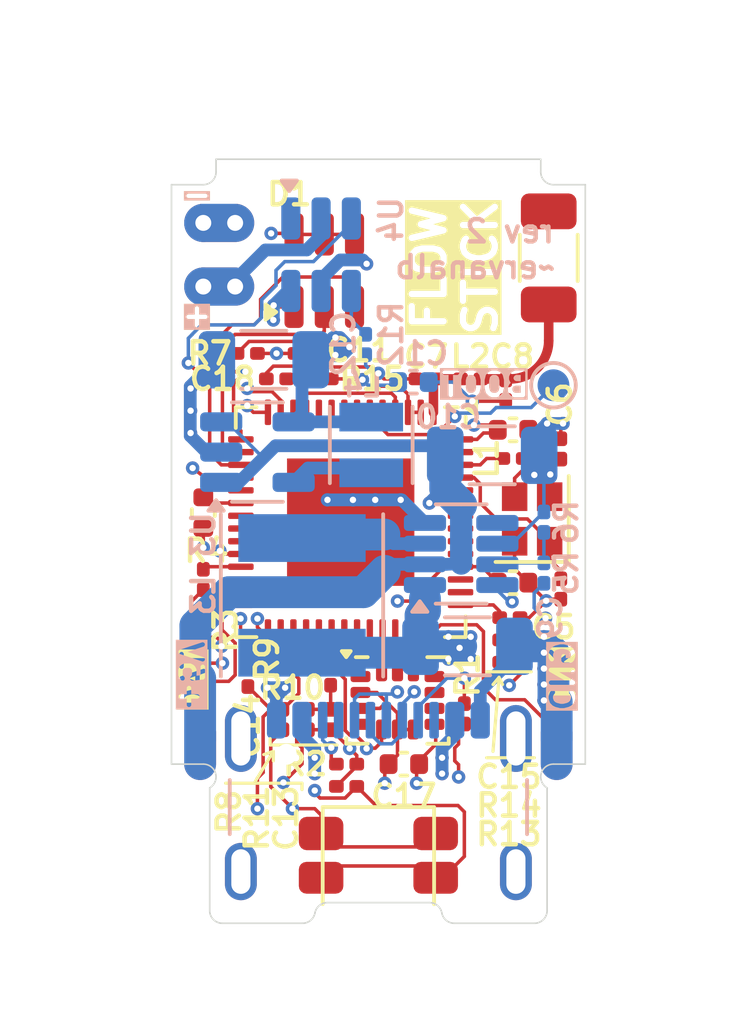
<source format=kicad_pcb>
(kicad_pcb (version 20241229) (generator "pcbnew") (generator_version "9.0")
  (layers (0 "F.Cu" signal) (4 "In1.Cu" signal) (6 "In2.Cu" signal) (2 "B.Cu" signal) (13 "F.Paste" user) (15 "B.Paste" user) (5 "F.SilkS" user "F.Silkscreen") (7 "B.SilkS" user "B.Silkscreen") (1 "F.Mask" user) (3 "B.Mask" user) (25 "Edge.Cuts" user))
  (net 0 "")
  (net 1 "GND")
  (net 2 "Net-(AE1-Pad1)")
  (net 3 "+BATT")
  (net 4 "+3.3V")
  (net 5 "Net-(U1-XTAL_N)")
  (net 6 "Net-(C6-Pad2)")
  (net 7 "Net-(U1-LNA_IN)")
  (net 8 "+5V")
  (net 9 "Net-(D1A-K)")
  (net 10 "/VREF")
  (net 11 "/BATT_MEASURE")
  (net 12 "/BATT_MEASURE_EN")
  (net 13 "/VBUS_SENSE")
  (net 14 "/PWRHLD")
  (net 15 "/BUTTON")
  (net 16 "VBUS")
  (net 17 "/USBDM")
  (net 22 "Net-(J1-CC2)")
  (net 24 "Net-(J1-CC1)")
  (net 26 "/USBDP")
  (net 27 "/LED_DAT")
  (net 28 "/LED_CLK")
  (net 29 "Net-(U1-XTAL_P)")
  (net 30 "Net-(U2-SW)")
  (net 31 "Net-(U3-SW)")
  (net 32 "Net-(U1-GPIO20{slash}USB_D+)")
  (net 33 "Net-(U1-GPIO19{slash}USB_D-)")
  (net 34 "Net-(U2-FB)")
  (net 35 "Net-(U4-ISET)")
  (net 36 "Net-(U1-GPIO0)")
  (net 37 "/IMU_POCI")
  (net 44 "/IMU_SCK")
  (net 52 "/IMU_CS")
  (net 57 "/CHG_SENSE")
  (net 60 "/IMU_PICO")
  (net 76 "Net-(U1-CHIP_PU)")
  (footprint "Capacitor_SMD:C_0201_0603Metric" (layer "F.Cu") (at 148.5 92.2 -90)
    (property "Reference" "R10")
    (property "Value" "1M")
  )
  (footprint "Capacitor_SMD:C_0201_0603Metric" (layer "F.Cu") (at 145.9 92.245 90)
    (property "Reference" "C14")
    (property "Value" "10n")
  )
  (footprint "Capacitor_SMD:C_0201_0603Metric" (layer "F.Cu") (at 154 83.255 -90)
    (property "Reference" "C8")
    (property "Value" "1.5p")
  )
  (footprint "custom:Untitled" (layer "F.Cu") (at 155.6 95)
    (property "Reference" "J3" (hide yes))
    (property "Value" "Conn_01x01_Pin")
  )
  (footprint "Capacitor_SMD:C_0201_0603Metric" (layer "F.Cu") (at 146.8 82.9 180)
    (property "Reference" "C18")
    (property "Value" "1u")
  )
  (footprint "Capacitor_SMD:C_0201_0603Metric" (layer "F.Cu") (at 147.7 82.1)
    (property "Reference" "C11")
    (property "Value" "100n")
  )
  (footprint "Resistor_SMD:R_0201_0603Metric" (layer "F.Cu") (at 148.2 82.9)
    (property "Reference" "R15")
    (property "Value" "10K")
  )
  (footprint "Capacitor_SMD:C_0201_0603Metric" (layer "F.Cu") (at 155.73 89.5 -90)
    (property "Reference" "C5")
    (property "Value" "15p")
  )
  (footprint "Capacitor_SMD:C_0201_0603Metric" (layer "F.Cu") (at 154.13 91.1)
    (property "Reference" "R14")
    (property "Value" "1M")
  )
  (footprint "Capacitor_SMD:C_0201_0603Metric" (layer "F.Cu") (at 144.5 90.7 90)
    (property "Reference" "R3")
    (property "Value" "22R")
  )
  (footprint "Capacitor_SMD:C_0201_0603Metric" (layer "F.Cu") (at 148.5 93.6 -90)
    (property "Reference" "C13")
    (property "Value" "10n")
  )
  (footprint "Capacitor_SMD:C_0402_1005Metric" (layer "F.Cu") (at 150.8 95 180)
    (property "Reference" "C16" (hide yes))
    (property "Value" "100n")
  )
  (footprint "Connector_PinHeader_2.54mm:PinHeader_1x02_P2.54mm_Vertical" (layer "F.Cu") (at 145.5 80 180)
    (property "Reference" "BT1" (hide yes))
    (property "Value" "Battery")
  )
  (footprint "Capacitor_SMD:C_0201_0603Metric" (layer "F.Cu") (at 147 93.6 90)
    (property "Reference" "R8")
    (property "Value" "1M")
  )
  (footprint "Capacitor_SMD:C_0201_0603Metric" (layer "F.Cu") (at 152.7 93.42 -90)
    (property "Reference" "R1")
    (property "Value" "5K1")
  )
  (footprint "Capacitor_SMD:C_0201_0603Metric" (layer "F.Cu") (at 145.88 82.1 180)
    (property "Reference" "R7")
    (property "Value" "1M")
  )
  (footprint "Capacitor_SMD:C_0402_1005Metric" (layer "F.Cu") (at 154.23 84.5)
    (property "Reference" "C4" (hide yes))
    (property "Value" "100n")
  )
  (footprint "Capacitor_SMD:C_0201_0603Metric" (layer "F.Cu") (at 144.5 89.2 90)
    (property "Reference" "R4")
    (property "Value" "22R")
  )
  (footprint "Capacitor_SMD:C_0201_0603Metric" (layer "F.Cu") (at 155.73 85.1 -90)
    (property "Reference" "C6")
    (property "Value" "15p")
  )
  (footprint "Crystal:Crystal_SMD_2016-4Pin_2.0x1.6mm" (layer "F.Cu") (at 154.83 87.3 90)
    (property "Reference" "Y1" (hide yes))
    (property "Value" "ECS-400-10-37B2-CKY-TR")
  )
  (footprint "Capacitor_SMD:C_0201_0603Metric" (layer "F.Cu") (at 147.8 93.6 -90)
    (property "Reference" "R11")
    (property "Value" "1M")
  )
  (footprint "Capacitor_SMD:C_0201_0603Metric" (layer "F.Cu") (at 151.5 82.9 180)
    (property "Reference" "C7")
    (property "Value" "1.5p")
  )
  (footprint "Capacitor_SMD:C_0402_1005Metric" (layer "F.Cu") (at 154.23 89.3)
    (property "Reference" "C3" (hide yes))
    (property "Value" "100n")
  )
  (footprint "Capacitor_SMD:C_0201_0603Metric" (layer "F.Cu") (at 147.4 91.9)
    (property "Reference" "R9")
    (property "Value" "1M")
  )
  (footprint "Package_LGA:LGA-14_3x2.5mm_P0.5mm_LayoutBorder3x4y" (layer "F.Cu") (at 150.6 93)
    (property "Reference" "U5" (hide yes))
    (property "Value" "LSM6DSV320X")
  )
  (footprint "custom:Untitled" (layer "F.Cu") (at 144.4 95)
    (property "Reference" "J4" (hide yes))
    (property "Value" "Conn_01x01_Pin")
  )
  (footprint "Capacitor_SMD:C_0402_1005Metric" (layer "F.Cu") (at 144.5 87.1 -90)
    (property "Reference" "C2" (hide yes))
    (property "Value" "100n")
  )
  (footprint "Capacitor_SMD:C_0201_0603Metric" (layer "F.Cu") (at 154.13 91.8 180)
    (property "Reference" "R13")
    (property "Value" "680K")
  )
  (footprint "Button_Switch_SMD:SW_SPST_EVQP7C" (layer "F.Cu") (at 150 97.9)
    (property "Reference" "SW1" (hide yes))
    (property "Value" "SW_Push")
  )
  (footprint "Resistor_SMD:R_1206_3216Metric" (layer "F.Cu") (at 155.35 79.1 90)
    (property "Reference" "AE1" (hide yes))
    (property "Value" "2450AT18A100E-AEC")
  )
  (footprint "Package_DFN_QFN:QFN-56-1EP_7x7mm_P0.4mm_EP4x4mm" (layer "F.Cu") (at 149.13 87.4 -90)
    (property "Reference" "U1" (hide yes))
    (property "Value" "ESP32-S3")
  )
  (footprint "Capacitor_SMD:C_0201_0603Metric" (layer "F.Cu") (at 149 95)
    (property "Reference" "R2")
    (property "Value" "5K1")
  )
  (footprint "Capacitor_SMD:C_0201_0603Metric" (layer "F.Cu") (at 154.13 90.4)
    (property "Reference" "C15")
    (property "Value" "10n")
  )
  (footprint "Inductor_SMD:L_0201_0603Metric" (layer "F.Cu") (at 152.9 82.9)
    (property "Reference" "L2")
    (property "Value" "2.7n")
  )
  (footprint "Capacitor_SMD:C_0201_0603Metric" (layer "F.Cu") (at 149 95.7 180)
    (property "Reference" "C17")
    (property "Value" "1n")
  )
  (footprint "Inductor_SMD:L_0201_0603Metric" (layer "F.Cu") (at 154.23 85.4 180)
    (property "Reference" "L1")
    (property "Value" "24n")
  )
  (footprint "Package_TO_SOT_SMD:SOT-23-6" (layer "F.Cu") (at 148.3 79.5 90)
    (property "Reference" "D1")
    (property "Value" "SDM03MT40")
  )
  (footprint "Package_TO_SOT_SMD:TSOT-23-5" (layer "B.Cu") (at 146.2 85.2)
    (property "Reference" "U3")
    (property "Value" "LM3671")
  )
  (footprint "Inductor_SMD:L_Taiyo-Yuden_NR-50xx" (layer "B.Cu") (at 147.6 89.7 90)
    (property "Reference" "L3")
    (property "Value" "NRS5030T3R3MMGJ")
  )
  (footprint "Capacitor_SMD:C_0201_0603Metric" (layer "B.Cu") (at 155.2 87.4 90)
    (property "Reference" "R6")
    (property "Value" "137K")
  )
  (footprint "Capacitor_SMD:C_0201_0603Metric" (layer "B.Cu") (at 149.6 81.82 -90)
    (property "Reference" "R12")
    (property "Value" "1K")
  )
  (footprint "Package_TO_SOT_SMD:TSOT-23-8" (layer "B.Cu") (at 152.6 88.4)
    (property "Reference" "U2" (hide yes))
    (property "Value" "MP3414A")
  )
  (footprint "custom:Untitled" (layer "B.Cu") (at 155.6 95 180)
    (property "Reference" "J5" (hide yes))
    (property "Value" "Conn_01x01_Pin")
  )
  (footprint "Package_TO_SOT_SMD:SOT-23-6" (layer "B.Cu") (at 148.2 79 -90)
    (property "Reference" "U4")
    (property "Value" "BQ21040DBV")
  )
  (footprint "custom:Untitled" (layer "B.Cu") (at 144.4 95 180)
    (property "Reference" "J2" (hide yes))
    (property "Value" "Conn_01x01_Pin")
  )
  (footprint "Capacitor_SMD:C_0201_0603Metric" (layer "B.Cu") (at 155.2 89 90)
    (property "Reference" "R5")
    (property "Value" "1M")
  )
  (footprint "Inductor_SMD:L_Taiyo-Yuden_NR-24xx" (layer "B.Cu") (at 149.775 84.975 90)
    (property "Reference" "L4")
    (property "Value" "NRH2412T3R3MNGH")
  )
  (footprint "TestPoint:TestPoint_Pad_D1.0mm" (layer "B.Cu") (at 155.5 83.1 180)
    (property "Reference" "TP1" (hide yes))
    (property "Value" "BOOT")
  )
  (footprint "Capacitor_SMD:C_1206_3216Metric" (layer "B.Cu") (at 146.4 82.3 180)
    (property "Reference" "C12")
    (property "Value" "10u")
  )
  (footprint "Capacitor_SMD:C_1206_3216Metric" (layer "B.Cu") (at 153.575 85.3)
    (property "Reference" "C10")
    (property "Value" "22u")
  )
  (footprint "Capacitor_SMD:C_1206_3216Metric" (layer "B.Cu") (at 152.8 91.3)
    (property "Reference" "C9")
    (property "Value" "10u")
  )
  (footprint "Capacitor_SMD:C_0402_1005Metric" (layer "B.Cu") (at 151.1 83)
    (property "Reference" "C1")
    (property "Value" "100n")
  )
  (footprint "Connector_USB:USB_C_Receptacle_GCT_USB4105-xx-A_16P_TopMnt_Horizontal" (layer "B.Cu") (at 150 97.3 180)
    (property "Reference" "J1" (hide yes))
    (property "Value" "USB_C_Receptacle_USB2.0_16P")
  )
  (gr_arc (start 155.35 81.7) (mid 154.998528 82.548528) (end 154.15 82.9) (stroke (width 0.3)) (layer "F.Cu") (net 2))
  (gr_line (start 153.6 94.6) (end 153.789796 92.275) (stroke (width 0.1)) (layer "F.SilkS"))
  (gr_line (start 147.6 95.6) (end 147.6 95.8) (stroke (width 0.1)) (layer "F.SilkS"))
  (gr_line (start 146.6 94.4) (end 148.7 94.4) (stroke (width 0.1)) (layer "F.SilkS"))
  (gr_line (start 146.7 94.6) (end 146.4 94.7) (stroke (width 0.1)) (layer "F.SilkS"))
  (gr_line (start 145.2 95.6) (end 147.6 95.6) (stroke (width 0.1)) (layer "F.SilkS"))
  (gr_line (start 146.1 95.6) (end 146.7 94.6) (stroke (width 0.1)) (layer "F.SilkS"))
  (gr_line (start 146.7 94.8) (end 146.7 94.6) (stroke (width 0.1)) (layer "F.SilkS"))
  (gr_line (start 146.7 94.6) (end 146.7 94.9) (stroke (width 0.1)) (layer "F.SilkS"))
  (gr_line (start 146.6 94.2) (end 146.6 94.4) (stroke (width 0.1)) (layer "F.SilkS"))
  (gr_line (start 153.4 92.1) (end 154.8 92.1) (stroke (width 0.1)) (layer "F.SilkS"))
  (gr_line (start 153.4 94.8) (end 154.9 94.8) (stroke (width 0.1)) (layer "F.SilkS"))
  (gr_line (start 153.6 92.5) (end 153.789796 92.275) (stroke (width 0.1)) (layer "F.SilkS"))
  (gr_line (start 153.789796 92.275) (end 153.9 92.5) (stroke (width 0.1)) (layer "F.SilkS"))
  (gr_arc (start 152.3858 100) (mid 152.130855 99.908225) (end 151.992906 99.675) (stroke (width 0.05)) (layer "Edge.Cuts"))
  (gr_line (start 155.3 95.746409) (end 155.3 99.6) (stroke (width 0.05)) (layer "Edge.Cuts"))
  (gr_arc (start 155.3 99.6) (mid 155.182843 99.882843) (end 154.9 100) (stroke (width 0.05)) (layer "Edge.Cuts"))
  (gr_line (start 144.9 76) (end 155.1 76) (stroke (width 0.05)) (layer "Edge.Cuts"))
  (gr_line (start 143.5 76.8) (end 143.5 95) (stroke (width 0.05)) (layer "Edge.Cuts"))
  (gr_line (start 143.5 76.8) (end 144.5 76.8) (stroke (width 0.05)) (layer "Edge.Cuts"))
  (gr_arc (start 155.5 76.8) (mid 155.217157 76.682843) (end 155.1 76.4) (stroke (width 0.05)) (layer "Edge.Cuts"))
  (gr_line (start 143.5 95) (end 144.5 95) (stroke (width 0.05)) (layer "Edge.Cuts"))
  (gr_line (start 156.5 76.8) (end 156.5 95) (stroke (width 0.05)) (layer "Edge.Cuts"))
  (gr_line (start 155.1 76.4) (end 155.1 76) (stroke (width 0.05)) (layer "Edge.Cuts"))
  (gr_line (start 155.5 95) (end 156.5 95) (stroke (width 0.05)) (layer "Edge.Cuts"))
  (gr_arc (start 148.007094 99.674997) (mid 147.869139 99.90822) (end 147.614186 100) (stroke (width 0.05)) (layer "Edge.Cuts"))
  (gr_arc (start 148.007094 99.675) (mid 148.145049 99.44178) (end 148.400002 99.35) (stroke (width 0.05)) (layer "Edge.Cuts"))
  (gr_arc (start 151.6 99.35) (mid 151.854951 99.441779) (end 151.992906 99.675) (stroke (width 0.05)) (layer "Edge.Cuts"))
  (gr_arc (start 144.5 95) (mid 144.88637 95.296472) (end 144.7 95.746409) (stroke (width 0.05)) (layer "Edge.Cuts"))
  (gr_line (start 155.5 76.8) (end 156.5 76.8) (stroke (width 0.05)) (layer "Edge.Cuts"))
  (gr_line (start 144.9 76.400001) (end 144.9 76) (stroke (width 0.05)) (layer "Edge.Cuts"))
  (gr_arc (start 144.9 76.400001) (mid 144.782843 76.682843) (end 144.5 76.8) (stroke (width 0.05)) (layer "Edge.Cuts"))
  (gr_line (start 152.3858 100) (end 154.9 100) (stroke (width 0.05)) (layer "Edge.Cuts"))
  (gr_line (start 148.400002 99.35) (end 151.6 99.35) (stroke (width 0.05)) (layer "Edge.Cuts"))
  (gr_arc (start 145.099999 100) (mid 144.817157 99.882843) (end 144.7 99.600001) (stroke (width 0.05)) (layer "Edge.Cuts"))
  (gr_line (start 144.7 95.746409) (end 144.7 99.600001) (stroke (width 0.05)) (layer "Edge.Cuts"))
  (gr_arc (start 155.3 95.74641) (mid 155.11363 95.296472) (end 155.5 95.000001) (stroke (width 0.05)) (layer "Edge.Cuts"))
  (gr_line (start 145.099999 100) (end 147.614186 100) (stroke (width 0.05)) (layer "Edge.Cuts"))
  (gr_text "CLK" (at 155.8 93.4 90) (layer "F.SilkS" knockout) (effects (font (size 0.7 0.7) (thickness 0.14) (bold yes)) (justify left)))
  (gr_text "FLOW\nSTICK" (at 152.4 79.4 90) (layer "F.SilkS" knockout) (effects (font (size 1 1) (thickness 0.2) (bold yes))))
  (gr_text "DAT" (at 144.2 93.4 90) (layer "F.SilkS" knockout) (effects (font (size 0.7 0.7) (thickness 0.14) (bold yes)) (justify left)))
  (gr_text "GND" (at 155.8 93.4 90) (layer "B.SilkS" knockout) (effects (font (size 0.7 0.7) (thickness 0.14) (bold yes)) (justify right mirror)))
  (gr_text "BOOT" (at 154.8 83.5 0) (layer "B.SilkS" knockout) (effects (font (size 0.7 0.7) (thickness 0.14) (bold yes)) (justify left bottom mirror)))
  (gr_text "+5V" (at 144.1 93.4 270) (layer "B.SilkS" knockout) (effects (font (size 0.7 0.7) (thickness 0.14) (bold yes)) (justify left mirror)))
  (gr_text "rev 2\n~ervanalb" (at 155.6 79.8 0) (layer "B.SilkS") (effects (font (size 0.7 0.7) (thickness 0.14) (bold yes)) (justify left bottom mirror)))
  (segment (start 155.73 84.37) (end 155.8 84.3) (width 0.11) (layer "F.Cu") (net 1))
  (segment (start 152.399 94.898379) (end 152.399 94.491621) (width 0.11) (layer "F.Cu") (net 1))
  (segment (start 149.32 95) (end 149.32 94.729149) (width 0.11) (layer "F.Cu") (net 1))
  (segment (start 150.25 93.05) (end 150.6 93.4) (width 0.11) (layer "F.Cu") (net 1))
  (segment (start 153.974 83.601) (end 154 83.575) (width 0.11) (layer "F.Cu") (net 1))
  (segment (start 149.13 87.4) (end 149.13 86.77) (width 0.11) (layer "F.Cu") (net 1))
  (segment (start 154.738587 90.4) (end 154.45 90.4) (width 0.11) (layer "F.Cu") (net 1))
  (segment (start 145.936 81.724) (end 147.644 81.724) (width 0.11) (layer "F.Cu") (net 1))
  (segment (start 150.22 95) (end 150.32 95) (width 0.11) (layer "F.Cu") (net 1))
  (segment (start 149.32 95) (end 149.32 95.06) (width 0.11) (layer "F.Cu") (net 1))
  (segment (start 149.098341 94.50749) (end 149.098341 94.498341) (width 0.11) (layer "F.Cu") (net 1))
  (segment (start 150.2 95.6) (end 150.2 95.02) (width 0.11) (layer "F.Cu") (net 1))
  (segment (start 150.2 95.02) (end 150.22 95) (width 0.11) (layer "F.Cu") (net 1))
  (segment (start 154.71 89.3) (end 154.71 89.31) (width 0.11) (layer "F.Cu") (net 1))
  (segment (start 152.519711 95.403942) (end 152.519711 95.01909) (width 0.11) (layer "F.Cu") (net 1))
  (segment (start 152.95 83.601) (end 153.974 83.601) (width 0.11) (layer "F.Cu") (net 1))
  (segment (start 149.801 82.526) (end 150 82.725) (width 0.11) (layer "F.Cu") (net 1))
  (segment (start 148 82.5) (end 148.4 82.5) (width 0.11) (layer "F.Cu") (net 1))
  (segment (start 150.6 93.9125) (end 150.6 94.72) (width 0.11) (layer "F.Cu") (net 1))
  (segment (start 146.48 82.72) (end 146.6 82.6) (width 0.11) (layer "F.Cu") (net 1))
  (segment (start 150.00297 82.72203) (end 150.00297 82.72797) (width 0.11) (layer "F.Cu") (net 1))
  (segment (start 150.05 93.25) (end 150.25 93.05) (width 0.11) (layer "F.Cu") (net 1))
  (segment (start 147.644 81.724) (end 148.02 82.1) (width 0.11) (layer "F.Cu") (net 1))
  (segment (start 148.02 82.1) (end 148.02 82.48) (width 0.11) (layer "F.Cu") (net 1))
  (segment (start 145.56 82.1) (end 145.936 81.724) (width 0.11) (layer "F.Cu") (net 1))
  (segment (start 154.45 90.4) (end 154.45 91.1) (width 0.11) (layer "F.Cu") (net 1))
  (segment (start 152.399 94.491621) (end 152.519711 94.37091) (width 0.11) (layer "F.Cu") (net 1))
  (segment (start 149.4375 92.75) (end 149.95 92.75) (width 0.11) (layer "F.Cu") (net 1))
  (segment (start 148.52 93.92) (end 148.5 93.92) (width 0.11) (layer "F.Cu") (net 1))
  (segment (start 155.27 89.87) (end 155.080834 90.059166) (width 0.11) (layer "F.Cu") (net 1))
  (segment (start 150.150001 95.649999) (end 150.2 95.6) (width 0.11) (layer "F.Cu") (net 1))
  (segment (start 150.00297 82.72797) (end 150.175 82.9) (width 0.11) (layer "F.Cu") (net 1))
  (segment (start 148.02 82.48) (end 148 82.5) (width 0.11) (layer "F.Cu") (net 1))
  (segment (start 150.175 82.9) (end 151.18 82.9) (width 0.11) (layer "F.Cu") (net 1))
  (segment (start 150.6 93.4) (end 150.6 93.9125) (width 0.11) (layer "F.Cu") (net 1))
  (segment (start 152.519711 94.37091) (end 152.519711 93.920289) (width 0.11) (layer "F.Cu") (net 1))
  (segment (start 155.079421 90.059166) (end 154.738587 90.4) (width 0.11) (layer "F.Cu") (net 1))
  (segment (start 149.1 87.4) (end 148.4 86.7) (width 0.11) (layer "F.Cu") (net 1))
  (segment (start 155.080834 90.059166) (end 155.079421 90.059166) (width 0.11) (layer "F.Cu") (net 1))
  (segment (start 144.5 87.58) (end 144.5 88.2) (width 0.11) (layer "F.Cu") (net 1))
  (segment (start 149.95 92.75) (end 150.25 93.05) (width 0.11) (layer "F.Cu") (net 1))
  (segment (start 155.1 84.5) (end 155.3 84.3) (width 0.11) (layer "F.Cu") (net 1))
  (segment (start 146.7 82.5) (end 148 82.5) (width 0.11) (layer "F.Cu") (net 1))
  (segment (start 148.5 93.92) (end 147.8 93.92) (width 0.11) (layer "F.Cu") (net 1))
  (segment (start 154.71 84.5) (end 155.1 84.5) (width 0.11) (layer "F.Cu") (net 1))
  (segment (start 149.13 86.77) (end 149.2 86.7) (width 0.11) (layer "F.Cu") (net 1))
  (segment (start 152.519711 95.01909) (end 152.399 94.898379) (width 0.11) (layer "F.Cu") (net 1))
  (segment (start 146.48 82.9) (end 146.48 82.72) (width 0.11) (layer "F.Cu") (net 1))
  (segment (start 150.6 93.9125) (end 151.1 93.9125) (width 0.11) (layer "F.Cu") (net 1))
  (segment (start 152.519711 93.920289) (end 152.7 93.74) (width 0.11) (layer "F.Cu") (net 1))
  (segment (start 155.38 86.6) (end 155.38 85.920276) (width 0.11) (layer "F.Cu") (net 1))
  (segment (start 149.098341 94.498341) (end 148.52 93.92) (width 0.11) (layer "F.Cu") (net 1))
  (segment (start 149.4375 93.25) (end 150.05 93.25) (width 0.11) (layer "F.Cu") (net 1))
  (segment (start 154.71 89.31) (end 155.27 89.87) (width 0.11) (layer "F.Cu") (net 1))
  (segment (start 149.32 94.729149) (end 149.098341 94.50749) (width 0.11) (layer "F.Cu") (net 1))
  (segment (start 146.6 82.6) (end 146.7 82.5) (width 0.11) (layer "F.Cu") (net 1))
  (segment (start 149.13 87.4) (end 149.2 87.4) (width 0.11) (layer "F.Cu") (net 1))
  (segment (start 149.32 95.06) (end 148.68 95.7) (width 0.11) (layer "F.Cu") (net 1))
  (segment (start 155.27 89.87) (end 155.32 89.82) (width 0.11) (layer "F.Cu") (net 1))
  (segment (start 149.13 87.4) (end 149.1 87.4) (width 0.11) (layer "F.Cu") (net 1))
  (segment (start 149.2 87.4) (end 149.9 86.7) (width 0.11) (layer "F.Cu") (net 1))
  (segment (start 150 82.725) (end 150.00297 82.72203) (width 0.11) (layer "F.Cu") (net 1))
  (segment (start 148.4 82.5) (end 148.426 82.526) (width 0.11) (layer "F.Cu") (net 1))
  (segment (start 154.28 88) (end 154.28 88.87) (width 0.11) (layer "F.Cu") (net 1))
  (segment (start 155.73 84.78) (end 155.73 84.37) (width 0.11) (layer "F.Cu") (net 1))
  (segment (start 150.6 94.72) (end 150.32 95) (width 0.11) (layer "F.Cu") (net 1))
  (segment (start 148.426 82.526) (end 149.801 82.526) (width 0.11) (layer "F.Cu") (net 1))
  (segment (start 154.28 88.87) (end 154.71 89.3) (width 0.11) (layer "F.Cu") (net 1))
  (segment (start 155.32 89.82) (end 155.73 89.82) (width 0.11) (layer "F.Cu") (net 1))
  (segment (start 155.38 85.920276) (end 155.399297 85.900979) (width 0.11) (layer "F.Cu") (net 1))
  (via (at 149.630143 79.286386) (size 0.42) (drill 0.2) (layers "F.Cu" "B.Cu") (net 1))
  (via (at 149.098341 94.50749) (size 0.42) (drill 0.2) (layers "F.Cu" "B.Cu") (net 1))
  (via (at 155.2 92.5) (size 0.42) (drill 0.2) (layers "F.Cu" "B.Cu") (net 1))
  (via (at 155.3 84.3) (size 0.42) (drill 0.2) (layers "F.Cu" "B.Cu") (net 1))
  (via (at 155.8 84.3) (size 0.42) (drill 0.2) (layers "F.Cu" "B.Cu") (net 1))
  (via (at 144.1 83.9) (size 0.42) (drill 0.2) (layers "F.Cu" "B.Cu") (net 1))
  (via (at 147.069668 92.6) (size 0.42) (drill 0.2) (layers "F.Cu" "B.Cu") (net 1))
  (via (at 149.2 86.7) (size 0.42) (drill 0.2) (layers "F.Cu" "B.Cu") (net 1))
  (via (at 144.1 83.2) (size 0.42) (drill 0.2) (layers "F.Cu" "B.Cu") (net 1))
  (via (at 155.27 89.87) (size 0.42) (drill 0.2) (layers "F.Cu" "B.Cu") (net 1))
  (via (at 144.5 88.2) (size 0.42) (drill 0.2) (layers "F.Cu" "B.Cu") (net 1))
  (via (at 149.9 86.7) (size 0.42) (drill 0.2) (layers "F.Cu" "B.Cu") (net 1))
  (via (at 155.2 91) (size 0.42) (drill 0.2) (layers "F.Cu" "B.Cu") (net 1))
  (via (at 150.2 95.6) (size 0.42) (drill 0.2) (layers "F.Cu" "B.Cu") (net 1))
  (via (at 150.7 86.7) (size 0.42) (drill 0.2) (layers "F.Cu" "B.Cu") (net 1))
  (via (at 146.51578 92.6) (size 0.42) (drill 0.2) (layers "F.Cu" "B.Cu") (net 1))
  (via (at 152.95 83.601) (size 0.42) (drill 0.2) (layers "F.Cu" "B.Cu") (net 1))
  (via (at 155.2 91.5) (size 0.42) (drill 0.2) (layers "F.Cu" "B.Cu") (net 1))
  (via (at 152.519711 95.403942) (size 0.42) (drill 0.2) (layers "F.Cu" "B.Cu") (net 1))
  (via (at 155.2 93) (size 0.42) (drill 0.2) (layers "F.Cu" "B.Cu") (net 1))
  (via (at 154.897859 85.91561) (size 0.42) (drill 0.2) (layers "F.Cu" "B.Cu") (net 1))
  (via (at 155.2 92) (size 0.42) (drill 0.2) (layers "F.Cu" "B.Cu") (net 1))
  (via (at 144.1 84.6) (size 0.42) (drill 0.2) (layers "F.Cu" "B.Cu") (net 1))
  (via (at 148.4 86.7) (size 0.42) (drill 0.2) (layers "F.Cu" "B.Cu") (net 1))
  (via (at 155.399297 85.900979) (size 0.42) (drill 0.2) (layers "F.Cu" "B.Cu") (net 1))
  (via (at 150 82.725) (size 0.42) (drill 0.2) (layers "F.Cu" "B.Cu") (net 1))
  (segment (start 149.999391 82.724391) (end 149.849391 82.724391) (width 0.11) (layer "B.Cu") (net 1))
  (segment (start 155.5 92.951) (end 155.6 93.051) (width 1) (layer "B.Cu") (net 1))
  (segment (start 147.069668 92.6) (end 146.792724 92.876944) (width 0.4) (layer "B.Cu") (net 1))
  (segment (start 155.05 85.3) (end 155.05 84.55) (width 0.4) (layer "B.Cu") (net 1))
  (segment (start 153.7375 88.075) (end 154.205 88.075) (width 0.11) (layer "B.Cu") (net 1))
  (segment (start 154.275 91.3) (end 155.3 91.3) (width 1) (layer "B.Cu") (net 1))
  (segment (start 149.6 82.475) (end 149.6 82.14) (width 0.11) (layer "B.Cu") (net 1))
  (segment (start 144.925 82.3) (end 144.089 83.136) (width 0.4) (layer "B.Cu") (net 1))
  (segment (start 155.2 87.08) (end 155.2 86) (width 0.11) (layer "B.Cu") (net 1))
  (segment (start 155.6 93.051) (end 155.6 94.249) (width 1) (layer "B.Cu") (net 1))
  (segment (start 155.05 85.551682) (end 155.399297 85.900979) (width 0.4) (layer "B.Cu") (net 1))
  (segment (start 145.0625 85.2) (end 144.6 85.2) (width 0.4) (layer "B.Cu") (net 1))
  (segment (start 154.275 91.625) (end 154.275 91.3) (width 0.4) (layer "B.Cu") (net 1))
  (segment (start 144.089 83.136) (end 144.089 84.689) (width 0.4) (layer "B.Cu") (net 1))
  (segment (start 149.507757 79.164) (end 148.80489 79.164) (width 0.4) (layer "B.Cu") (net 1))
  (segment (start 151.4625 87.425) (end 150.7375 86.7) (width 0.4) (layer "B.Cu") (net 1))
  (segment (start 155.3 84.3) (end 155.8 84.3) (width 0.4) (layer "B.Cu") (net 1))
  (segment (start 150 82.725) (end 149.999391 82.724391) (width 0.11) (layer "B.Cu") (net 1))
  (segment (start 155.3 91.3) (end 155.5 91.5) (width 1) (layer "B.Cu") (net 1))
  (segment (start 155.05 85.3) (end 155.05 85.763469) (width 0.4) (layer "B.Cu") (net 1))
  (segment (start 155.05 85.7) (end 155.05 85.3) (width 0.4) (layer "B.Cu") (net 1))
  (segment (start 152.349 83) (end 152.95 83.601) (width 0.11) (layer "B.Cu") (net 1))
  (segment (start 154.897859 85.91561) (end 155.28439 85.91561) (width 0.4) (layer "B.Cu") (net 1))
  (segment (start 144.089 84.689) (end 144.1 84.7) (width 0.4) (layer "B.Cu") (net 1))
  (segment (start 145.0625 85.2) (end 144.684115 85.2) (width 0.4) (layer "B.Cu") (net 1))
  (segment (start 146.792724 93.612724) (end 146.8 93.62) (width 0.4) (layer "B.Cu") (net 1))
  (segment (start 153.2 92.7) (end 154.275 91.625) (width 0.4) (layer "B.Cu") (net 1))
  (segment (start 155.28439 85.91561) (end 155.3 85.9) (width 0.4) (layer "B.Cu") (net 1))
  (segment (start 147.069668 92.6) (end 146.51578 92.6) (width 0.4) (layer "B.Cu") (net 1))
  (segment (start 151.58 83) (end 152.349 83) (width 0.11) (layer "B.Cu") (net 1))
  (segment (start 146.51578 92.6) (end 146.792724 92.876944) (width 0.4) (layer "B.Cu") (net 1))
  (segment (start 155.5 91.5) (end 155.5 92.951) (width 1) (layer "B.Cu") (net 1))
  (segment (start 155.05 84.55) (end 155.3 84.3) (width 0.4) (layer "B.Cu") (net 1))
  (segment (start 155.05 85.3) (end 155.05 85.551682) (width 0.4) (layer "B.Cu") (net 1))
  (segment (start 153.2 93.62) (end 153.2 92.7) (width 0.4) (layer "B.Cu") (net 1))
  (segment (start 149.630143 79.286386) (end 149.507757 79.164) (width 0.4) (layer "B.Cu") (net 1))
  (segment (start 149.849391 82.724391) (end 149.6 82.475) (width 0.11) (layer "B.Cu") (net 1))
  (segment (start 150.7375 86.7) (end 148.4 86.7) (width 0.4) (layer "B.Cu") (net 1))
  (segment (start 148.2 79.76889) (end 148.2 80.1375) (width 0.4) (layer "B.Cu") (net 1))
  (segment (start 155.2 86) (end 155.3 85.9) (width 0.11) (layer "B.Cu") (net 1))
  (segment (start 155.05 85.763469) (end 154.897859 85.91561) (width 0.4) (layer "B.Cu") (net 1))
  (segment (start 146.792724 92.876944) (end 146.792724 93.612724) (width 0.4) (layer "B.Cu") (net 1))
  (segment (start 154.205 88.075) (end 155.2 87.08) (width 0.11) (layer "B.Cu") (net 1))
  (segment (start 148.80489 79.164) (end 148.2 79.76889) (width 0.4) (layer "B.Cu") (net 1))
  (segment (start 144.6 85.2) (end 144.1 84.7) (width 0.4) (layer "B.Cu") (net 1))
  (segment (start 154.2 82.9) (end 154.035 82.9) (width 0.2) (layer "F.Cu") (net 2))
  (segment (start 153.965 82.9) (end 154 82.935) (width 0.11) (layer "F.Cu") (net 2))
  (segment (start 153.22 82.9) (end 153.965 82.9) (width 0.3) (layer "F.Cu") (net 2))
  (segment (start 155.35 81.7) (end 155.35 80.5625) (width 0.3) (layer "F.Cu") (net 2))
  (segment (start 147.3 96.4) (end 148 96.4) (width 0.11) (layer "F.Cu") (net 3))
  (segment (start 147.3 96.4) (end 147.3 96.392248) (width 0.11) (layer "F.Cu") (net 3))
  (segment (start 147.3 96.392248) (end 146.619 95.711248) (width 0.11) (layer "F.Cu") (net 3))
  (segment (start 146.619 94.301) (end 147 93.92) (width 0.11) (layer "F.Cu") (net 3))
  (segment (start 146.619 95.711248) (end 146.619 94.301) (width 0.11) (layer "F.Cu") (net 3))
  (segment (start 148.2 97.18) (end 148.62 97.6) (width 0.11) (layer "F.Cu") (net 3))
  (segment (start 148.2 96.6) (end 148.2 97.18) (width 0.11) (layer "F.Cu") (net 3))
  (segment (start 148 96.4) (end 148.2 96.6) (width 0.11) (layer "F.Cu") (net 3))
  (segment (start 151.38 97.6) (end 151.8 97.18) (width 0.11) (layer "F.Cu") (net 3))
  (segment (start 148.62 97.6) (end 151.38 97.6) (width 0.11) (layer "F.Cu") (net 3))
  (via (at 152.2 91.7) (size 0.42) (drill 0.2) (layers "F.Cu" "B.Cu") (net 3))
  (via (at 152.9 91.7) (size 0.42) (drill 0.2) (layers "F.Cu" "B.Cu") (net 3))
  (via (at 152.2 91) (size 0.42) (drill 0.2) (layers "F.Cu" "B.Cu") (net 3))
  (via (at 147.3 96.4) (size 0.42) (drill 0.2) (layers "F.Cu" "B.Cu") (net 3))
  (via (at 152.9 91) (size 0.42) (drill 0.2) (layers "F.Cu" "B.Cu") (net 3))
  (via (at 152.55 91.35) (size 0.42) (drill 0.2) (layers "F.Cu" "B.Cu") (net 3))
  (segment (start 151.325 91.3) (end 151.125 91.5) (width 1) (layer "B.Cu") (net 3))
  (segment (start 151.4625 90.1875) (end 151.4625 89.8) (width 1) (layer "B.Cu") (net 3))
  (segment (start 145.5 79.8) (end 145.5 80) (width 0.4) (layer "B.Cu") (net 3))
  (segment (start 151.4625 90.17857) (end 151.320535 90.320535) (width 0.4) (layer "B.Cu") (net 3))
  (segment (start 148.2 78.4) (end 147.75 78.85) (width 0.4) (layer "B.Cu") (net 3))
  (segment (start 151.125 91.5) (end 147.6 91.5) (width 1) (layer "B.Cu") (net 3))
  (segment (start 148.2 77.8625) (end 148.2 78.4) (width 0.4) (layer "B.Cu") (net 3))
  (segment (start 152.6 91.3) (end 151.325 91.3) (width 1) (layer "B.Cu") (net 3))
  (segment (start 151.4625 89.375) (end 151.4625 90.17857) (width 0.4) (layer "B.Cu") (net 3))
  (segment (start 151.325 90.325) (end 151.4625 90.1875) (width 1) (layer "B.Cu") (net 3))
  (segment (start 147.75 78.85) (end 146.45 78.85) (width 0.4) (layer "B.Cu") (net 3))
  (segment (start 145.3 80) (end 145 80) (width 0.4) (layer "B.Cu") (net 3))
  (segment (start 151.325 91.3) (end 151.325 90.325) (width 1) (layer "B.Cu") (net 3))
  (segment (start 146.45 78.85) (end 145.5 79.8) (width 0.4) (layer "B.Cu") (net 3))
  (segment (start 149.628319 94.512579) (end 149.640898 94.5) (width 0.11) (layer "F.Cu") (net 4))
  (segment (start 151.28 95) (end 151.28 94.9) (width 0.11) (layer "F.Cu") (net 4))
  (segment (start 144.5 85.954502) (end 144.5 86.62) (width 0.11) (layer "F.Cu") (net 4))
  (segment (start 146.2 90.7) (end 146.35 90.85) (width 0.11) (layer "F.Cu") (net 4))
  (segment (start 152.58 84.8) (end 153.1 84.8) (width 0.11) (layer "F.Cu") (net 4))
  (segment (start 149.704 83.129) (end 150.679 83.129) (width 0.11) (layer "F.Cu") (net 4))
  (segment (start 144.68 86.8) (end 145.68 86.8) (width 0.11) (layer "F.Cu") (net 4))
  (segment (start 149.9 94.5) (end 150.1 94.3) (width 0.11) (layer "F.Cu") (net 4))
  (segment (start 150.679 83.129) (end 150.93 83.38) (width 0.11) (layer "F.Cu") (net 4))
  (segment (start 144.5 86.62) (end 144.68 86.8) (width 0.11) (layer "F.Cu") (net 4))
  (segment (start 153.1 84.8) (end 153.3 84.6) (width 0.11) (layer "F.Cu") (net 4))
  (segment (start 152.58 88.8) (end 152.062 88.8) (width 0.11) (layer "F.Cu") (net 4))
  (segment (start 148.959 92.339) (end 148.959 93.944928) (width 0.11) (layer "F.Cu") (net 4))
  (segment (start 151.22 95) (end 151.28 95) (width 0.11) (layer "F.Cu") (net 4))
  (segment (start 153.65 84.6) (end 153.75 84.5) (width 0.11) (layer "F.Cu") (net 4))
  (segment (start 153 84.351) (end 153.601 84.351) (width 0.11) (layer "F.Cu") (net 4))
  (segment (start 149.640898 94.5) (end 149.9 94.5) (width 0.11) (layer "F.Cu") (net 4))
  (segment (start 151.28 94.9) (end 151.8 94.38) (width 0.11) (layer "F.Cu") (net 4))
  (segment (start 150.93 83.38) (end 150.93 83.95) (width 0.11) (layer "F.Cu") (net 4))
  (segment (start 153.601 84.351) (end 153.75 84.5) (width 0.11) (layer "F.Cu") (net 4))
  (segment (start 153.25 88.8) (end 153.75 89.3) (width 0.11) (layer "F.Cu") (net 4))
  (segment (start 152.58 85.2) (end 152.58 84.8) (width 0.11) (layer "F.Cu") (net 4))
  (segment (start 152.58 88.8) (end 153.25 88.8) (width 0.11) (layer "F.Cu") (net 4))
  (segment (start 149.475 82.9) (end 149.5 82.925) (width 0.11) (layer "F.Cu") (net 4))
  (segment (start 148.959 93.944928) (end 149.105072 94.091) (width 0.11) (layer "F.Cu") (net 4))
  (segment (start 151.2 95.02) (end 151.22 95) (width 0.11) (layer "F.Cu") (net 4))
  (segment (start 152.062 88.8) (end 150.982 89.88) (width 0.11) (layer "F.Cu") (net 4))
  (segment (start 151.33 83.95) (end 150.93 83.95) (width 0.11) (layer "F.Cu") (net 4))
  (segment (start 149.5 82.925) (end 149.704 83.129) (width 0.11) (layer "F.Cu") (net 4))
  (segment (start 148.52 82.9) (end 149.475 82.9) (width 0.11) (layer "F.Cu") (net 4))
  (segment (start 146.35 90.85) (end 146.53 90.85) (width 0.11) (layer "F.Cu") (net 4))
  (segment (start 151.8 94.38) (end 151.8 93.7875) (width 0.11) (layer "F.Cu") (net 4))
  (segment (start 150.1 94.3) (end 150.1 93.9125) (width 0.11) (layer "F.Cu") (net 4))
  (segment (start 151.2 95.6) (end 151.2 95.02) (width 0.11) (layer "F.Cu") (net 4))
  (segment (start 144.16443 85.7) (end 144.5 85.954502) (width 0.11) (layer "F.Cu") (net 4))
  (segment (start 149.291 94.091) (end 149.628319 94.428319) (width 0.11) (layer "F.Cu") (net 4))
  (segment (start 149.105072 94.091) (end 149.291 94.091) (width 0.11) (layer "F.Cu") (net 4))
  (segment (start 148.5 91.88) (end 148.959 92.339) (width 0.11) (layer "F.Cu") (net 4))
  (segment (start 151.8 93.7875) (end 151.7625 93.75) (width 0.11) (layer "F.Cu") (net 4))
  (segment (start 146.2 90.429998) (end 146.2 90.7) (width 0.11) (layer "F.Cu") (net 4))
  (segment (start 150.982 89.88) (end 150.6 89.88) (width 0.11) (layer "F.Cu") (net 4))
  (segment (start 153.3 84.6) (end 153.65 84.6) (width 0.11) (layer "F.Cu") (net 4))
  (segment (start 149.628319 94.428319) (end 149.628319 94.512579) (width 0.11) (layer "F.Cu") (net 4))
  (via (at 149.628319 94.512579) (size 0.42) (drill 0.2) (layers "F.Cu" "B.Cu") (net 4))
  (via (at 149.5 82.925) (size 0.42) (drill 0.2) (layers "F.Cu" "B.Cu") (net 4))
  (via (at 148.65 82.15) (size 0.42) (drill 0.2) (layers "F.Cu" "B.Cu") (net 4))
  (via (at 150.6 89.88) (size 0.42) (drill 0.2) (layers "F.Cu" "B.Cu") (net 4))
  (via (at 149.089316 81.9) (size 0.42) (drill 0.2) (layers "F.Cu" "B.Cu") (net 4))
  (via (at 148.65 81.6) (size 0.42) (drill 0.2) (layers "F.Cu" "B.Cu") (net 4))
  (via (at 153 84.351) (size 0.42) (drill 0.2) (layers "F.Cu" "B.Cu") (net 4))
  (via (at 146.2 90.429998) (size 0.42) (drill 0.2) (layers "F.Cu" "B.Cu") (net 4))
  (via (at 151.2 95.6) (size 0.42) (drill 0.2) (layers "F.Cu" "B.Cu") (net 4))
  (via (at 144.16443 85.7) (size 0.42) (drill 0.2) (layers "F.Cu" "B.Cu") (net 4))
  (segment (start 148.253202 81.921798) (end 147.875 82.3) (width 0.4) (layer "B.Cu") (net 4))
  (segment (start 148.65 81.6) (end 148.789316 81.6) (width 0.4) (layer "B.Cu") (net 4))
  (segment (start 149.775 84.25) (end 147.3375 84.25) (width 0.4) (layer "B.Cu") (net 4))
  (segment (start 148.7 82.17) (end 148.005 82.17) (width 0.4) (layer "B.Cu") (net 4))
  (segment (start 147.875 82.625) (end 147.6 82.9) (width 0.4) (layer "B.Cu") (net 4))
  (segment (start 148.005 82.17) (end 147.875 82.3) (width 0.4) (layer "B.Cu") (net 4))
  (segment (start 149.675 83.1) (end 149.5 82.925) (width 0.11) (layer "B.Cu") (net 4))
  (segment (start 147.875 82.3) (end 147.875 82.625) (width 0.4) (layer "B.Cu") (net 4))
  (segment (start 148.65 81.6) (end 148.575 81.6) (width 0.4) (layer "B.Cu") (net 4))
  (segment (start 148.789316 81.6) (end 149.089316 81.9) (width 0.4) (layer "B.Cu") (net 4))
  (segment (start 150.62 83) (end 150.52 83.1) (width 0.11) (layer "B.Cu") (net 4))
  (segment (start 147.6 83.9875) (end 147.3375 84.25) (width 0.4) (layer "B.Cu") (net 4))
  (segment (start 148.7 82.17) (end 148.841114 82.17) (width 0.4) (layer "B.Cu") (net 4))
  (segment (start 149.089316 81.921798) (end 148.253202 81.921798) (width 0.4) (layer "B.Cu") (net 4))
  (segment (start 148.841114 82.17) (end 149.089316 81.921798) (width 0.4) (layer "B.Cu") (net 4))
  (segment (start 150.52 83.1) (end 149.675 83.1) (width 0.11) (layer "B.Cu") (net 4))
  (segment (start 148.575 81.6) (end 147.875 82.3) (width 0.4) (layer "B.Cu") (net 4))
  (segment (start 147.6 82.9) (end 147.6 83.9875) (width 0.4) (layer "B.Cu") (net 4))
  (segment (start 155.38 88) (end 155.38 88.58) (width 0.11) (layer "F.Cu") (net 5))
  (segment (start 153.7 87.3) (end 154.68 87.3) (width 0.11) (layer "F.Cu") (net 5))
  (segment (start 153.2 86.2) (end 153.2 86.8) (width 0.11) (layer "F.Cu") (net 5))
  (segment (start 152.58 86) (end 153 86) (width 0.11) (layer "F.Cu") (net 5))
  (segment (start 155.38 88.58) (end 155.73 88.93) (width 0.11) (layer "F.Cu") (net 5))
  (segment (start 153 86) (end 153.2 86.2) (width 0.11) (layer "F.Cu") (net 5))
  (segment (start 154.68 87.3) (end 155.38 88) (width 0.11) (layer "F.Cu") (net 5))
  (segment (start 153.2 86.8) (end 153.7 87.3) (width 0.11) (layer "F.Cu") (net 5))
  (segment (start 155.73 88.93) (end 155.73 89.18) (width 0.11) (layer "F.Cu") (net 5))
  (segment (start 154.28 86.02) (end 154.28 86.6) (width 0.11) (layer "F.Cu") (net 6))
  (segment (start 155.71 85.4) (end 155.73 85.42) (width 0.11) (layer "F.Cu") (net 6))
  (segment (start 154.55 85.4) (end 155.71 85.4) (width 0.11) (layer "F.Cu") (net 6))
  (segment (start 154.55 85.75) (end 154.28 86.02) (width 0.11) (layer "F.Cu") (net 6))
  (segment (start 154.55 85.4) (end 154.55 85.75) (width 0.11) (layer "F.Cu") (net 6))
  (segment (start 151.73 83.95) (end 151.73 82.99) (width 0.3) (layer "F.Cu") (net 7))
  (segment (start 151.82 82.9) (end 152.58 82.9) (width 0.3) (layer "F.Cu") (net 7))
  (segment (start 151.73 82.99) (end 151.82 82.9) (width 0.11) (layer "F.Cu") (net 7))
  (via (at 151.6 86.8) (size 0.42) (drill 0.2) (layers "F.Cu" "B.Cu") (net 8))
  (via (at 155.251605 90.417313) (size 0.42) (drill 0.2) (layers "F.Cu" "B.Cu") (net 8))
  (segment (start 150.375 88.725) (end 151.4625 88.725) (width 0.4) (layer "B.Cu") (net 8))
  (segment (start 152.1 86.3) (end 151.6 86.8) (width 0.4) (layer "B.Cu") (net 8))
  (segment (start 155.234292 90.4) (end 155.2 90.4) (width 0.11) (layer "B.Cu") (net 8))
  (segment (start 155.251605 90.417313) (end 155.234292 90.4) (width 0.11) (layer "B.Cu") (net 8))
  (segment (start 144.4 92.3) (end 144.4 94.249) (width 1) (layer "B.Cu") (net 8))
  (segment (start 152.6 88.7) (end 152.124999 88.725) (width 0.4) (layer "B.Cu") (net 8))
  (segment (start 154.894 89.626) (end 155.2 89.32) (width 0.11) (layer "B.Cu") (net 8))
  (segment (start 152.6 88.7) (end 152.6 87) (width 0.7) (layer "B.Cu") (net 8))
  (segment (start 144 94.5) (end 144.251 94.249) (width 0.11) (layer "B.Cu") (net 8))
  (segment (start 150.2 88.930676) (end 149.530676 89.6) (width 1) (layer "B.Cu") (net 8))
  (segment (start 145.3 89.6) (end 144.251 90.649) (width 1) (layer "B.Cu") (net 8))
  (segment (start 145.61889 86.15) (end 146.76889 85) (width 0.4) (layer "B.Cu") (net 8))
  (segment (start 152.124999 88.725) (end 151.4625 88.725) (width 0.4) (layer "B.Cu") (net 8))
  (segment (start 145.0625 86.15) (end 145.61889 86.15) (width 0.4) (layer "B.Cu") (net 8))
  (segment (start 152.1 85.3) (end 152.1 86.355676) (width 1) (layer "B.Cu") (net 8))
  (segment (start 154.894 90.094) (end 154.894 89.626) (width 0.11) (layer "B.Cu") (net 8))
  (segment (start 144.251 92.151) (end 144.4 92.3) (width 1) (layer "B.Cu") (net 8))
  (segment (start 146.384445 85.384445) (end 146.76889 85) (width 0.11) (layer "B.Cu") (net 8))
  (segment (start 144.251 90.649) (end 144.251 92.151) (width 1) (layer "B.Cu") (net 8))
  (segment (start 151.8 85) (end 146.76889 85) (width 0.4) (layer "B.Cu") (net 8))
  (segment (start 152.1 85.3) (end 152.1 86.3) (width 0.4) (layer "B.Cu") (net 8))
  (segment (start 150.2 88.9) (end 150.375 88.725) (width 0.4) (layer "B.Cu") (net 8))
  (segment (start 152.1 85.3) (end 151.8 85) (width 0.4) (layer "B.Cu") (net 8))
  (segment (start 145.25 84.25) (end 146.384445 85.384445) (width 0.11) (layer "B.Cu") (net 8))
  (segment (start 155.2 90.4) (end 154.894 90.094) (width 0.11) (layer "B.Cu") (net 8))
  (segment (start 149.530676 89.6) (end 145.3 89.6) (width 1) (layer "B.Cu") (net 8))
  (segment (start 152.1 86.355676) (end 152.6 86.855676) (width 1) (layer "B.Cu") (net 8))
  (segment (start 145.0625 84.25) (end 145.25 84.25) (width 0.11) (layer "B.Cu") (net 8))
  (segment (start 146.63 78.328875) (end 147.316375 78.328875) (width 0.11) (layer "F.Cu") (net 9))
  (segment (start 148.3 78.3625) (end 149.25 78.3625) (width 0.11) (layer "F.Cu") (net 9))
  (segment (start 146.2 82.1) (end 146.8 82.1) (width 0.11) (layer "F.Cu") (net 9))
  (segment (start 147.38 82.1) (end 146.8 82.1) (width 0.11) (layer "F.Cu") (net 9))
  (segment (start 147.35 78.3625) (end 148.3 78.3625) (width 0.11) (layer "F.Cu") (net 9))
  (segment (start 147.316375 78.328875) (end 147.35 78.3625) (width 0.11) (layer "F.Cu") (net 9))
  (via (at 146.63 78.328875) (size 0.42) (drill 0.2) (layers "F.Cu" "B.Cu") (net 9))
  (via (at 146.8 82.1) (size 0.42) (drill 0.2) (layers "F.Cu" "B.Cu") (net 9))
  (via (at 154.199064 89.896464) (size 0.42) (drill 0.2) (layers "F.Cu" "B.Cu") (net 9))
  (segment (start 154.199064 89.896464) (end 154.096464 89.896464) (width 0.11) (layer "B.Cu") (net 9))
  (segment (start 153.7375 89.5375) (end 153.7375 89.375) (width 0.11) (layer "B.Cu") (net 9))
  (segment (start 154.096464 89.896464) (end 153.7375 89.5375) (width 0.11) (layer "B.Cu") (net 9))
  (segment (start 146.93 83.570706) (end 146.93 83.95) (width 0.11) (layer "F.Cu") (net 10))
  (segment (start 147.6 94.994) (end 147.016042 95.577958) (width 0.11) (layer "F.Cu") (net 10))
  (segment (start 145.98 83.3) (end 146.659294 83.3) (width 0.11) (layer "F.Cu") (net 10))
  (segment (start 147.8 93.28) (end 148.5 93.28) (width 0.11) (layer "F.Cu") (net 10))
  (segment (start 147.434 94.324621) (end 147.601 94.491621) (width 0.11) (layer "F.Cu") (net 10))
  (segment (start 146.659294 83.3) (end 146.93 83.570706) (width 0.11) (layer "F.Cu") (net 10))
  (segment (start 147.6 94.9) (end 147.6 94.994) (width 0.11) (layer "F.Cu") (net 10))
  (segment (start 147.601 94.491621) (end 147.601 94.899) (width 0.11) (layer "F.Cu") (net 10))
  (segment (start 147.8 93.28) (end 147.434 93.646) (width 0.11) (layer "F.Cu") (net 10))
  (segment (start 147.601 94.899) (end 147.6 94.9) (width 0.11) (layer "F.Cu") (net 10))
  (segment (start 145.88 83.2) (end 145.98 83.3) (width 0.11) (layer "F.Cu") (net 10))
  (segment (start 148.5 93.28) (end 148.5 92.52) (width 0.11) (layer "F.Cu") (net 10))
  (segment (start 147.434 93.646) (end 147.434 94.324621) (width 0.11) (layer "F.Cu") (net 10))
  (via (at 145.88 83.2) (size 0.42) (drill 0.2) (layers "F.Cu" "B.Cu") (net 10))
  (via (at 147.016042 95.577958) (size 0.42) (drill 0.2) (layers "F.Cu" "B.Cu") (net 10))
  (segment (start 145.88 83.758941) (end 146.071059 83.95) (width 0.11) (layer "F.Cu") (net 11))
  (segment (start 146.379 95.265) (end 146.379 93.516) (width 0.11) (layer "F.Cu") (net 11))
  (segment (start 146.379 93.516) (end 146.615 93.28) (width 0.11) (layer "F.Cu") (net 11))
  (segment (start 147.08 91.9) (end 147.5 92.32) (width 0.11) (layer "F.Cu") (net 11))
  (segment (start 147.5 92.78) (end 147 93.28) (width 0.11) (layer "F.Cu") (net 11))
  (segment (start 146.2 96.4) (end 146.2 95.444) (width 0.11) (layer "F.Cu") (net 11))
  (segment (start 147.5 92.32) (end 147.5 92.78) (width 0.11) (layer "F.Cu") (net 11))
  (segment (start 146.615 93.28) (end 147 93.28) (width 0.11) (layer "F.Cu") (net 11))
  (segment (start 146.071059 83.95) (end 146.53 83.95) (width 0.11) (layer "F.Cu") (net 11))
  (segment (start 146.2 95.444) (end 146.379 95.265) (width 0.11) (layer "F.Cu") (net 11))
  (segment (start 145.88 83.739572) (end 145.88 83.758941) (width 0.11) (layer "F.Cu") (net 11))
  (segment (start 145.9 92.565) (end 146.615 93.28) (width 0.11) (layer "F.Cu") (net 11))
  (via (at 145.88 83.739572) (size 0.42) (drill 0.2) (layers "F.Cu" "B.Cu") (net 11))
  (via (at 146.2 96.4) (size 0.42) (drill 0.2) (layers "F.Cu" "B.Cu") (net 11))
  (segment (start 145.669997 90.429998) (end 145.669997 90.912997) (width 0.11) (layer "F.Cu") (net 12))
  (segment (start 145.115769 88.4) (end 145.019711 88.303942) (width 0.11) (layer "F.Cu") (net 12))
  (segment (start 145.669997 90.912997) (end 146.291 91.534) (width 0.11) (layer "F.Cu") (net 12))
  (segment (start 145.68 88.4) (end 145.115769 88.4) (width 0.11) (layer "F.Cu") (net 12))
  (segment (start 147.354 91.534) (end 147.72 91.9) (width 0.11) (layer "F.Cu") (net 12))
  (segment (start 146.291 91.534) (end 147.354 91.534) (width 0.11) (layer "F.Cu") (net 12))
  (segment (start 145.9 91.925) (end 146.291 91.534) (width 0.11) (layer "F.Cu") (net 12))
  (via (at 145.019711 88.303942) (size 0.42) (drill 0.2) (layers "F.Cu" "B.Cu") (net 12))
  (via (at 145.669997 90.429998) (size 0.42) (drill 0.2) (layers "F.Cu" "B.Cu") (net 12))
  (segment (start 153.61 90) (end 153.81 90.2) (width 0.11) (layer "F.Cu") (net 13))
  (segment (start 153.81 90.2) (end 153.81 90.4) (width 0.11) (layer "F.Cu") (net 13))
  (segment (start 153.81 91.8) (end 153.81 91.1) (width 0.11) (layer "F.Cu") (net 13))
  (segment (start 152.58 90) (end 153.61 90) (width 0.11) (layer "F.Cu") (net 13))
  (segment (start 153.81 90.4) (end 153.81 91.1) (width 0.11) (layer "F.Cu") (net 13))
  (segment (start 147 79.7) (end 148.974999 79.7) (width 0.11) (layer "F.Cu") (net 14))
  (segment (start 145.1 85.05) (end 145.1 82.612542) (width 0.11) (layer "F.Cu") (net 14))
  (segment (start 145.25 85.2) (end 145.1 85.05) (width 0.11) (layer "F.Cu") (net 14))
  (segment (start 148.974999 79.7) (end 149.25 79.975001) (width 0.11) (layer "F.Cu") (net 14))
  (segment (start 145.4 81.2) (end 146.1 81.2) (width 0.11) (layer "F.Cu") (net 14))
  (segment (start 146.3 81) (end 146.3 80.4) (width 0.11) (layer "F.Cu") (net 14))
  (segment (start 144.879 81.721) (end 145.4 81.2) (width 0.11) (layer "F.Cu") (net 14))
  (segment (start 146.3 80.4) (end 147 79.7) (width 0.11) (layer "F.Cu") (net 14))
  (segment (start 144.879 82.391541) (end 144.879 81.721) (width 0.11) (layer "F.Cu") (net 14))
  (segment (start 145.1 82.612542) (end 144.879 82.391541) (width 0.11) (layer "F.Cu") (net 14))
  (segment (start 149.25 79.975001) (end 149.25 80.6375) (width 0.11) (layer "F.Cu") (net 14))
  (segment (start 145.68 85.2) (end 145.25 85.2) (width 0.11) (layer "F.Cu") (net 14))
  (segment (start 146.1 81.2) (end 146.3 81) (width 0.11) (layer "F.Cu") (net 14))
  (segment (start 145.45 83.043405) (end 145.45 84.3) (width 0.11) (layer "F.Cu") (net 15))
  (segment (start 152.5 96.3) (end 149.92 96.3) (width 0.11) (layer "F.Cu") (net 15))
  (segment (start 148.954 96.066) (end 149.32 95.7) (width 0.11) (layer "F.Cu") (net 15))
  (segment (start 148.62 98.2) (end 151.38 98.2) (width 0.11) (layer "F.Cu") (net 15))
  (segment (start 145.1 81.9) (end 145.1 82.3) (width 0.11) (layer "F.Cu") (net 15))
  (segment (start 148.197 81.503) (end 145.497 81.503) (width 0.11) (layer "F.Cu") (net 15))
  (segment (start 151.38 98.2) (end 151.8 98.62) (width 0.11) (layer "F.Cu") (net 15))
  (segment (start 145.1 82.3) (end 145.473405 82.673405) (width 0.11) (layer "F.Cu") (net 15))
  (segment (start 145.68 84.53) (end 145.68 84.8) (width 0.11) (layer "F.Cu") (net 15))
  (segment (start 152.7 97.9) (end 152.7 96.5) (width 0.11) (layer "F.Cu") (net 15))
  (segment (start 148.3 81.4) (end 148.197 81.503) (width 0.11) (layer "F.Cu") (net 15))
  (segment (start 148 95.898983) (end 148.167017 96.066) (width 0.11) (layer "F.Cu") (net 15))
  (segment (start 151.98 98.62) (end 152.7 97.9) (width 0.11) (layer "F.Cu") (net 15))
  (segment (start 145.473405 82.673405) (end 145.82 82.673405) (width 0.11) (layer "F.Cu") (net 15))
  (segment (start 148 95.830003) (end 148 95.898983) (width 0.11) (layer "F.Cu") (net 15))
  (segment (start 148.3 80.6375) (end 148.3 81.4) (width 0.11) (layer "F.Cu") (net 15))
  (segment (start 148.2 98.62) (end 148.62 98.2) (width 0.11) (layer "F.Cu") (net 15))
  (segment (start 149.92 96.3) (end 149.32 95.7) (width 0.11) (layer "F.Cu") (net 15))
  (segment (start 145.45 84.3) (end 145.68 84.53) (width 0.11) (layer "F.Cu") (net 15))
  (segment (start 145.82 82.673405) (end 145.45 83.043405) (width 0.11) (layer "F.Cu") (net 15))
  (segment (start 145.497 81.503) (end 145.1 81.9) (width 0.11) (layer "F.Cu") (net 15))
  (segment (start 148.167017 96.066) (end 148.954 96.066) (width 0.11) (layer "F.Cu") (net 15))
  (segment (start 152.7 96.5) (end 152.5 96.3) (width 0.11) (layer "F.Cu") (net 15))
  (segment (start 151.8 98.62) (end 151.98 98.62) (width 0.11) (layer "F.Cu") (net 15))
  (via (at 145.82 82.673405) (size 0.42) (drill 0.2) (layers "F.Cu" "B.Cu") (net 15))
  (via (at 148 95.830003) (size 0.42) (drill 0.2) (layers "F.Cu" "B.Cu") (net 15))
  (segment (start 154.461348 92.174043) (end 154.461348 91.94805) (width 0.11) (layer "F.Cu") (net 16))
  (segment (start 154.461348 91.94805) (end 154.45 91.936702) (width 0.11) (layer "F.Cu") (net 16))
  (segment (start 147.35 80.6375) (end 146.782532 80.6375) (width 0.11) (layer "F.Cu") (net 16))
  (segment (start 154.45 91.936702) (end 154.45 91.8) (width 0.11) (layer "F.Cu") (net 16))
  (segment (start 154.110391 92.525) (end 154.461348 92.174043) (width 0.11) (layer "F.Cu") (net 16))
  (segment (start 152.021 94.779) (end 152 94.8) (width 0.11) (layer "F.Cu") (net 16))
  (segment (start 146.782532 80.6375) (end 146.712019 80.708013) (width 0.11) (layer "F.Cu") (net 16))
  (via (at 148 94.8) (size 0.42) (drill 0.2) (layers "F.Cu" "B.Cu") (net 16))
  (via (at 148 95.3) (size 0.42) (drill 0.2) (layers "F.Cu" "B.Cu") (net 16))
  (via (at 152 94.8) (size 0.42) (drill 0.2) (layers "F.Cu" "B.Cu") (net 16))
  (via (at 154.110391 92.525) (size 0.42) (drill 0.2) (layers "F.Cu" "B.Cu") (net 16))
  (via (at 152 95.3) (size 0.42) (drill 0.2) (layers "F.Cu" "B.Cu") (net 16))
  (via (at 146.709 80.590166) (size 0.42) (drill 0.2) (layers "F.Cu" "B.Cu") (net 16))
  (via (at 146.7 81.05) (size 0.42) (drill 0.2) (layers "F.Cu" "B.Cu") (net 16))
  (segment (start 146.7 80.599166) (end 147.161666 80.1375) (width 0.4) (layer "B.Cu") (net 16))
  (segment (start 147.25 80.1375) (end 147.161666 80.1375) (width 0.4) (layer "B.Cu") (net 16))
  (segment (start 146.7 81.050834) (end 146.7 80.6) (width 0.4) (layer "B.Cu") (net 16))
  (segment (start 152.4 94.092964) (end 152 94.492964) (width 0.4) (layer "B.Cu") (net 16))
  (segment (start 148 94.517602) (end 148 94.8) (width 0.4) (layer "B.Cu") (net 16))
  (segment (start 147.6 93.62) (end 147.6 94.117602) (width 0.4) (layer "B.Cu") (net 16))
  (segment (start 152 94.8) (end 152 95.3) (width 0.4) (layer "B.Cu") (net 16))
  (segment (start 148 94.8) (end 148 95.3) (width 0.4) (layer "B.Cu") (net 16))
  (segment (start 152 94.492964) (end 152 94.8) (width 0.4) (layer "B.Cu") (net 16))
  (segment (start 147.6 94.117602) (end 148 94.517602) (width 0.4) (layer "B.Cu") (net 16))
  (segment (start 147.161666 80.1375) (end 146.709 80.590166) (width 0.4) (layer "B.Cu") (net 16))
  (segment (start 152.4 93.62) (end 152.4 94.092964) (width 0.4) (layer "B.Cu") (net 16))
  (segment (start 144.700161 91.829113) (end 145.101689 91.829113) (width 0.11) (layer "F.Cu") (net 17))
  (segment (start 144.134 91.262952) (end 144.700161 91.829113) (width 0.11) (layer "F.Cu") (net 17))
  (segment (start 144.5 89.52) (end 144.134 89.886) (width 0.11) (layer "F.Cu") (net 17))
  (segment (start 144.134 89.886) (end 144.134 91.262952) (width 0.11) (layer "F.Cu") (net 17))
  (via (at 145.101689 91.829113) (size 0.42) (drill 0.2) (layers "F.Cu" "B.Cu") (net 17))
  (via (at 151.125749 92.727751) (size 0.42) (drill 0.2) (layers "F.Cu" "B.Cu") (net 17))
  (segment (start 149.75 93.62) (end 149.75 94.05) (width 0.11) (layer "B.Cu") (net 17))
  (segment (start 150.426904 94.361) (end 150.75 94.037904) (width 0.11) (layer "B.Cu") (net 17))
  (segment (start 150.75 94.037904) (end 150.75 93.62) (width 0.11) (layer "B.Cu") (net 17))
  (segment (start 150.75 93.11054) (end 151.125749 92.734791) (width 0.11) (layer "B.Cu") (net 17))
  (segment (start 149.75 94.05) (end 150.061 94.361) (width 0.11) (layer "B.Cu") (net 17))
  (segment (start 151.125749 92.734791) (end 151.125749 92.727751) (width 0.11) (layer "B.Cu") (net 17))
  (segment (start 150.061 94.361) (end 150.426904 94.361) (width 0.11) (layer "B.Cu") (net 17))
  (segment (start 150.75 93.62) (end 150.75 93.11054) (width 0.11) (layer "B.Cu") (net 17))
  (segment (start 148.518942 94.838942) (end 148.68 95) (width 0.11) (layer "F.Cu") (net 22))
  (segment (start 148.518942 94.484457) (end 148.518942 94.838942) (width 0.11) (layer "F.Cu") (net 22))
  (via (at 148.518942 94.484457) (size 0.42) (drill 0.2) (layers "F.Cu" "B.Cu") (net 22))
  (segment (start 148.518942 94.484457) (end 148.484457 94.484457) (width 0.11) (layer "B.Cu") (net 22))
  (segment (start 148.484457 94.484457) (end 148.25 94.25) (width 0.11) (layer "B.Cu") (net 22))
  (segment (start 148.25 94.25) (end 148.25 93.62) (width 0.11) (layer "B.Cu") (net 22))
  (segment (start 152.7 93.1) (end 152.7 92.3) (width 0.11) (layer "F.Cu") (net 24))
  (via (at 152.7 92.3) (size 0.42) (drill 0.2) (layers "F.Cu" "B.Cu") (net 24))
  (segment (start 152.152096 92.3) (end 151.25 93.202096) (width 0.11) (layer "B.Cu") (net 24))
  (segment (start 151.25 93.202096) (end 151.25 93.62) (width 0.11) (layer "B.Cu") (net 24))
  (segment (start 152.7 92.3) (end 152.152096 92.3) (width 0.11) (layer "B.Cu") (net 24))
  (segment (start 144.92 91.02) (end 144.5 91.02) (width 0.11) (layer "F.Cu") (net 26))
  (segment (start 145.071 91.3) (end 145.071 91.171) (width 0.11) (layer "F.Cu") (net 26))
  (segment (start 145.071 91.171) (end 144.92 91.02) (width 0.11) (layer "F.Cu") (net 26))
  (via (at 150.595774 92.733021) (size 0.42) (drill 0.2) (layers "F.Cu" "B.Cu") (net 26))
  (via (at 145.071 91.3) (size 0.42) (drill 0.2) (layers "F.Cu" "B.Cu") (net 26))
  (segment (start 150.1 92.8) (end 150.528795 92.8) (width 0.11) (layer "B.Cu") (net 26))
  (segment (start 149.25 93.62) (end 149.25 92.95) (width 0.11) (layer "B.Cu") (net 26))
  (segment (start 149.25 92.95) (end 149.4 92.8) (width 0.11) (layer "B.Cu") (net 26))
  (segment (start 150.528795 92.8) (end 150.595774 92.733021) (width 0.11) (layer "B.Cu") (net 26))
  (segment (start 150.1 92.8) (end 150.25 92.8) (width 0.11) (layer "B.Cu") (net 26))
  (segment (start 149.4 92.8) (end 150.1 92.8) (width 0.11) (layer "B.Cu") (net 26))
  (segment (start 150.25 92.8) (end 150.25 93.62) (width 0.11) (layer "B.Cu") (net 26))
  (segment (start 144.7 92.4) (end 145.3 92.4) (width 0.11) (layer "F.Cu") (net 27))
  (segment (start 145.3 89.6) (end 145.68 89.6) (width 0.11) (layer "F.Cu") (net 27))
  (segment (start 145.087 89.813) (end 145.3 89.6) (width 0.11) (layer "F.Cu") (net 27))
  (segment (start 145.087 90.784255) (end 145.087 89.813) (width 0.11) (layer "F.Cu") (net 27))
  (segment (start 144.4 92.7) (end 144.7 92.4) (width 0.11) (layer "F.Cu") (net 27))
  (segment (start 145.5 92.2) (end 145.5 91.197255) (width 0.11) (layer "F.Cu") (net 27))
  (segment (start 144.4 94.5) (end 144.4 92.7) (width 0.11) (layer "F.Cu") (net 27))
  (segment (start 145.3 92.4) (end 145.5 92.2) (width 0.11) (layer "F.Cu") (net 27))
  (segment (start 145.5 91.197255) (end 145.087 90.784255) (width 0.11) (layer "F.Cu") (net 27))
  (segment (start 154.595866 92.979) (end 153.679 92.979) (width 0.11) (layer "F.Cu") (net 28))
  (segment (start 153.3 92.6) (end 153.3 90.834128) (width 0.11) (layer "F.Cu") (net 28))
  (segment (start 155.6 93.983134) (end 155.6 94.5) (width 0.11) (layer "F.Cu") (net 28))
  (segment (start 154.595866 92.979) (end 155.6 93.983134) (width 0.11) (layer "F.Cu") (net 28))
  (segment (start 151.956 90.624) (end 151.73 90.85) (width 0.11) (layer "F.Cu") (net 28))
  (segment (start 153.089872 90.624) (end 151.956 90.624) (width 0.11) (layer "F.Cu") (net 28))
  (segment (start 153.679 92.979) (end 153.3 92.6) (width 0.11) (layer "F.Cu") (net 28))
  (segment (start 153.3 90.834128) (end 153.089872 90.624) (width 0.11) (layer "F.Cu") (net 28))
  (segment (start 153.2 85.6) (end 153.4 85.4) (width 0.11) (layer "F.Cu") (net 29))
  (segment (start 152.58 85.6) (end 153.2 85.6) (width 0.11) (layer "F.Cu") (net 29))
  (segment (start 153.4 85.4) (end 153.91 85.4) (width 0.11) (layer "F.Cu") (net 29))
  (segment (start 147.711 87.789) (end 150.189 87.789) (width 1) (layer "B.Cu") (net 30))
  (segment (start 151.4625 88.075) (end 150.475 88.075) (width 0.4) (layer "B.Cu") (net 30))
  (segment (start 150.475 88.075) (end 150.189 87.789) (width 0.4) (layer "B.Cu") (net 30))
  (segment (start 147.6 87.9) (end 147.711 87.789) (width 1) (layer "B.Cu") (net 30))
  (segment (start 147.7875 85.7) (end 149.775 85.7) (width 0.4) (layer "B.Cu") (net 31))
  (segment (start 147.3375 86.15) (end 147.7875 85.7) (width 0.4) (layer "B.Cu") (net 31))
  (segment (start 144.866 89.534) (end 144.866 90.014) (width 0.11) (layer "F.Cu") (net 32))
  (segment (start 145.2 89.2) (end 144.866 89.534) (width 0.11) (layer "F.Cu") (net 32))
  (segment (start 144.866 90.014) (end 144.5 90.38) (width 0.11) (layer "F.Cu") (net 32))
  (segment (start 145.68 89.2) (end 145.2 89.2) (width 0.11) (layer "F.Cu") (net 32))
  (segment (start 144.58 88.8) (end 144.5 88.88) (width 0.11) (layer "F.Cu") (net 33))
  (segment (start 145.68 88.8) (end 144.58 88.8) (width 0.11) (layer "F.Cu") (net 33))
  (segment (start 155.2 88.68) (end 155.2 87.72) (width 0.11) (layer "B.Cu") (net 34))
  (segment (start 154.225 88.725) (end 154.27 88.68) (width 0.11) (layer "B.Cu") (net 34))
  (segment (start 154.27 88.68) (end 155.2 88.68) (width 0.11) (layer "B.Cu") (net 34))
  (segment (start 153.7375 88.725) (end 154.225 88.725) (width 0.11) (layer "B.Cu") (net 34))
  (segment (start 149.6 81.5) (end 149.15 81.05) (width 0.11) (layer "B.Cu") (net 35))
  (segment (start 149.15 81.05) (end 149.15 80.1375) (width 0.11) (layer "B.Cu") (net 35))
  (segment (start 150.13 83.95) (end 150.13 84.48) (width 0.11) (layer "F.Cu") (net 36))
  (segment (start 150.3 84.65) (end 151.65 84.65) (width 0.11) (layer "F.Cu") (net 36))
  (segment (start 151.65 84.65) (end 151.6 84.65) (width 0.11) (layer "F.Cu") (net 36))
  (segment (start 151.6 84.65) (end 151.83 84.65) (width 0.11) (layer "F.Cu") (net 36))
  (segment (start 150.13 84.48) (end 150.3 84.65) (width 0.11) (layer "F.Cu") (net 36))
  (segment (start 151.83 84.65) (end 152.4 84.08) (width 0.11) (layer "F.Cu") (net 36))
  (via (at 152.4 84.08) (size 0.42) (drill 0.2) (layers "F.Cu" "B.Cu") (net 36))
  (segment (start 152.394997 84.08) (end 152.498997 83.976) (width 0.11) (layer "B.Cu") (net 36))
  (segment (start 154.8 83.8) (end 155.5 83.1) (width 0.11) (layer "B.Cu") (net 36))
  (segment (start 153.7 83.8) (end 154.8 83.8) (width 0.11) (layer "B.Cu") (net 36))
  (segment (start 152.498997 83.976) (end 153.524 83.976) (width 0.11) (layer "B.Cu") (net 36))
  (segment (start 153.524 83.976) (end 153.7 83.8) (width 0.11) (layer "B.Cu") (net 36))
  (segment (start 150.1 92.0875) (end 150.1 91.7) (width 0.11) (layer "F.Cu") (net 37))
  (segment (start 150.1 91.7) (end 150.53 91.27) (width 0.11) (layer "F.Cu") (net 37))
  (segment (start 150.53 91.27) (end 150.53 90.85) (width 0.11) (layer "F.Cu") (net 37))
  (segment (start 150.6 91.7) (end 150.93 91.37) (width 0.11) (layer "F.Cu") (net 44))
  (segment (start 150.6 92.0875) (end 150.6 91.7) (width 0.11) (layer "F.Cu") (net 44))
  (segment (start 150.93 91.37) (end 150.93 90.85) (width 0.11) (layer "F.Cu") (net 44))
  (segment (start 151.33 91.37) (end 151.33 90.85) (width 0.11) (layer "F.Cu") (net 52))
  (segment (start 151.1 92.0875) (end 151.1 91.6) (width 0.11) (layer "F.Cu") (net 52))
  (segment (start 151.1 91.6) (end 151.33 91.37) (width 0.11) (layer "F.Cu") (net 52))
  (segment (start 144.03 82.4) (end 144.7 83.07) (width 0.11) (layer "F.Cu") (net 57))
  (segment (start 144.7 85.235) (end 145.065 85.6) (width 0.11) (layer "F.Cu") (net 57))
  (segment (start 145.065 85.6) (end 145.68 85.6) (width 0.11) (layer "F.Cu") (net 57))
  (segment (start 144.7 83.07) (end 144.7 85.235) (width 0.11) (layer "F.Cu") (net 57))
  (via (at 144.03 82.4) (size 0.42) (drill 0.2) (layers "F.Cu" "B.Cu") (net 57))
  (segment (start 144.03 82.4) (end 144.03 81.62476) (width 0.11) (layer "B.Cu") (net 57))
  (segment (start 146.324 80.744255) (end 146.334 80.734255) (width 0.11) (layer "B.Cu") (net 57))
  (segment (start 144.15 81.5) (end 144.446 81.204) (width 0.11) (layer "B.Cu") (net 57))
  (segment (start 146.784 79.966) (end 146.784 79.489952) (width 0.11) (layer "B.Cu") (net 57))
  (segment (start 147.057952 79.216) (end 147.960048 79.216) (width 0.11) (layer "B.Cu") (net 57))
  (segment (start 146.334 80.416) (end 146.784 79.966) (width 0.11) (layer "B.Cu") (net 57))
  (segment (start 146.334 80.734255) (end 146.334 80.416) (width 0.11) (layer "B.Cu") (net 57))
  (segment (start 144.03 81.62476) (end 144.15 81.50476) (width 0.11) (layer "B.Cu") (net 57))
  (segment (start 147.960048 79.216) (end 149.15 78.026048) (width 0.11) (layer "B.Cu") (net 57))
  (segment (start 146.324 80.976) (end 146.324 80.744255) (width 0.11) (layer "B.Cu") (net 57))
  (segment (start 144.15 81.50476) (end 144.15 81.5) (width 0.11) (layer "B.Cu") (net 57))
  (segment (start 149.15 78.026048) (end 149.15 77.8625) (width 0.11) (layer "B.Cu") (net 57))
  (segment (start 146.784 79.489952) (end 147.057952 79.216) (width 0.11) (layer "B.Cu") (net 57))
  (segment (start 144.446 81.204) (end 146.096 81.204) (width 0.11) (layer "B.Cu") (net 57))
  (segment (start 146.096 81.204) (end 146.324 80.976) (width 0.11) (layer "B.Cu") (net 57))
  (segment (start 150.13 91.27) (end 149.4375 91.9625) (width 0.11) (layer "F.Cu") (net 60))
  (segment (start 149.4375 91.9625) (end 149.4375 92.25) (width 0.11) (layer "F.Cu") (net 60))
  (segment (start 150.13 90.85) (end 150.13 91.27) (width 0.11) (layer "F.Cu") (net 60))
  (segment (start 147.65 83.35) (end 150.41 83.35) (width 0.11) (layer "F.Cu") (net 76))
  (segment (start 147.5 82.9) (end 147.88 82.9) (width 0.11) (layer "F.Cu") (net 76))
  (segment (start 150.53 83.47) (end 150.53 83.95) (width 0.11) (layer "F.Cu") (net 76))
  (segment (start 147.12 82.9) (end 147.5 82.9) (width 0.11) (layer "F.Cu") (net 76))
  (segment (start 150.41 83.35) (end 150.53 83.47) (width 0.11) (layer "F.Cu") (net 76))
  (segment (start 147.5 82.9) (end 147.5 83.2) (width 0.11) (layer "F.Cu") (net 76))
  (segment (start 147.5 83.2) (end 147.65 83.35) (width 0.11) (layer "F.Cu") (net 76))
)
</source>
